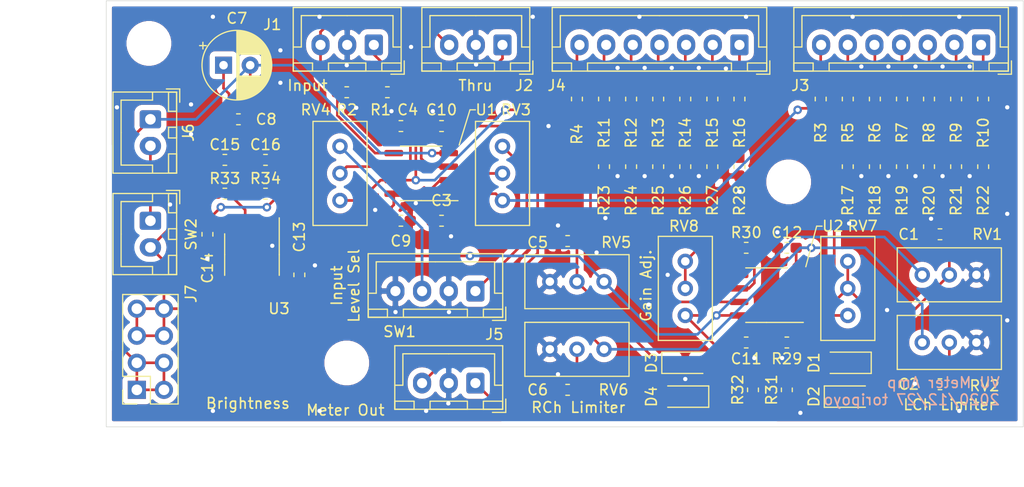
<source format=kicad_pcb>
(kicad_pcb (version 20171130) (host pcbnew "(5.1.9)-1")
  (title_block (title "VU Meter Amp") (date 2020-12-27))
  (layers (0 F.Cu signal) (31 B.Cu signal) (34 B.Paste user) (35 F.Paste user) (36 B.SilkS user hide) (37 F.SilkS user hide) (38 B.Mask user) (39 F.Mask user) (44 Edge.Cuts user))
  (net 0 "")
  (net 1 GND)
  (net 2 "Net-(C1-Pad1)")
  (net 3 "Net-(C2-Pad1)")
  (net 4 "Net-(C3-Pad1)")
  (net 5 "Net-(C4-Pad1)")
  (net 6 "Net-(C5-Pad1)")
  (net 7 "Net-(C6-Pad1)")
  (net 8 Power_Neg)
  (net 9 Power_Pos)
  (net 10 "Net-(C15-Pad2)")
  (net 11 LMeter)
  (net 12 RMeter)
  (net 13 Audio_R)
  (net 14 Audio_L)
  (net 15 "Net-(J3-Pad7)")
  (net 16 "Net-(J3-Pad6)")
  (net 17 "Net-(J3-Pad5)")
  (net 18 "Net-(J3-Pad4)")
  (net 19 "Net-(J3-Pad3)")
  (net 20 "Net-(J3-Pad2)")
  (net 21 "Net-(J3-Pad1)")
  (net 22 "Net-(J4-Pad7)")
  (net 23 "Net-(J4-Pad6)")
  (net 24 "Net-(J4-Pad5)")
  (net 25 "Net-(J4-Pad4)")
  (net 26 "Net-(J4-Pad3)")
  (net 27 "Net-(J4-Pad2)")
  (net 28 "Net-(J4-Pad1)")
  (net 29 "Net-(R17-Pad2)")
  (net 30 "Net-(R18-Pad2)")
  (net 31 "Net-(R19-Pad2)")
  (net 32 "Net-(R20-Pad2)")
  (net 33 "Net-(R21-Pad2)")
  (net 34 "Net-(R10-Pad1)")
  (net 35 "Net-(R11-Pad1)")
  (net 36 "Net-(R12-Pad1)")
  (net 37 "Net-(R13-Pad1)")
  (net 38 "Net-(R14-Pad1)")
  (net 39 "Net-(R15-Pad1)")
  (net 40 "Net-(R16-Pad1)")
  (net 41 "Net-(R29-Pad1)")
  (net 42 "Net-(R30-Pad1)")
  (net 43 "Net-(R31-Pad2)")
  (net 44 "Net-(R32-Pad2)")
  (net 45 "Net-(RV3-Pad1)")
  (net 46 "Net-(RV4-Pad1)")
  (net 47 "Net-(J6-Pad2)")
  (net 48 "Net-(C3-Pad2)")
  (net 49 "Net-(C4-Pad2)")
  (net 50 "Net-(U3-Pad6)")
  (module Connector_JST:JST_XH_B2B-XH-A_1x02_P2.50mm_Vertical (layer F.Cu) (at 104.14 111.125 270)
    (fp_text reference J6 (at 1.25 -3.556 90) (layer F.SilkS))
    (fp_text value Conn_01x02)
    (pad 2 thru_hole oval (at 2.5 0 270) (size 1.7 2) (drill 1) (layers *.Cu *.Mask) (net 47 "Net-(J6-Pad2)"))
    (pad 1 thru_hole roundrect (at 0 0 270) (size 1.7 2) (drill 1) (layers *.Cu *.Mask) (roundrect_rratio 0.147059) (net 8 Power_Neg))
  )
  (module MountingHole:MountingHole_3.2mm_M3 (layer F.Cu) (at 164 117)
    (fp_text reference H4 hide)
    (fp_text value MountingHole)
    (pad 1 np_thru_hole circle (at 0 0) (size 3.2 3.2) (drill 3.2) (layers *.Cu *.Mask))
  )
  (module MountingHole:MountingHole_3.2mm_M3 (layer F.Cu) (at 104 104)
    (fp_text reference H2 hide)
    (fp_text value MountingHole)
    (pad 1 np_thru_hole circle (at 0 0) (size 3.2 3.2) (drill 3.2) (layers *.Cu *.Mask))
  )
  (module MountingHole:MountingHole_3.2mm_M3 (layer F.Cu) (at 122.555 134)
    (fp_text reference H1 hide)
    (fp_text value MountingHole)
    (pad 1 np_thru_hole circle (at 0 0) (size 3.2 3.2) (drill 3.2) (layers *.Cu *.Mask))
  )
  (module Package_SO:SO-8_3.9x4.9mm_P1.27mm (layer F.Cu) (at 113.665 123.825 270)
    (fp_text reference U3 (at 5.08 -2.54 180) (layer F.SilkS))
    (fp_text value NJM4580)
    (pad 8 smd roundrect (at 2.575 -1.905 270) (size 1.75 0.6) (layers F.Cu F.Paste F.Mask) (net 9 Power_Pos))
    (pad 7 smd roundrect (at 2.575 -0.635 270) (size 1.75 0.6) (layers F.Cu F.Paste F.Mask) (net 50 "Net-(U3-Pad6)"))
    (pad 6 smd roundrect (at 2.575 0.635 270) (size 1.75 0.6) (layers F.Cu F.Paste F.Mask) (net 50 "Net-(U3-Pad6)"))
    (pad 5 smd roundrect (at 2.575 1.905 270) (size 1.75 0.6) (layers F.Cu F.Paste F.Mask) (net 1 GND))
    (pad 4 smd roundrect (at -2.575 1.905 270) (size 1.75 0.6) (layers F.Cu F.Paste F.Mask) (net 8 Power_Neg))
    (pad 3 smd roundrect (at -2.575 0.635 270) (size 1.75 0.6) (layers F.Cu F.Paste F.Mask) (net 10 "Net-(C15-Pad2)"))
    (pad 2 smd roundrect (at -2.575 -0.635 270) (size 1.75 0.6) (layers F.Cu F.Paste F.Mask) (net 1 GND))
    (pad 1 smd roundrect (at -2.575 -1.905 270) (size 1.75 0.6) (layers F.Cu F.Paste F.Mask) (net 1 GND))
  )
  (module Package_SO:SO-8_3.9x4.9mm_P1.27mm (layer F.Cu) (at 161.925 127.635 180)
    (fp_text reference U2 (at -6.223 6.477 180) (layer F.SilkS))
    (fp_text value NJM4580)
    (pad 8 smd roundrect (at 2.575 -1.905 180) (size 1.75 0.6) (layers F.Cu F.Paste F.Mask) (net 9 Power_Pos))
    (pad 7 smd roundrect (at 2.575 -0.635 180) (size 1.75 0.6) (layers F.Cu F.Paste F.Mask) (net 44 "Net-(R32-Pad2)"))
    (pad 6 smd roundrect (at 2.575 0.635 180) (size 1.75 0.6) (layers F.Cu F.Paste F.Mask) (net 42 "Net-(R30-Pad1)"))
    (pad 5 smd roundrect (at 2.575 1.905 180) (size 1.75 0.6) (layers F.Cu F.Paste F.Mask) (net 22 "Net-(J4-Pad7)"))
    (pad 4 smd roundrect (at -2.575 1.905 180) (size 1.75 0.6) (layers F.Cu F.Paste F.Mask) (net 8 Power_Neg))
    (pad 3 smd roundrect (at -2.575 0.635 180) (size 1.75 0.6) (layers F.Cu F.Paste F.Mask) (net 15 "Net-(J3-Pad7)"))
    (pad 2 smd roundrect (at -2.575 -0.635 180) (size 1.75 0.6) (layers F.Cu F.Paste F.Mask) (net 41 "Net-(R29-Pad1)"))
    (pad 1 smd roundrect (at -2.575 -1.905 180) (size 1.75 0.6) (layers F.Cu F.Paste F.Mask) (net 43 "Net-(R31-Pad2)"))
  )
  (module Package_SO:SO-8_3.9x4.9mm_P1.27mm (layer F.Cu) (at 129.54 116.205 180)
    (fp_text reference U1 (at -6.096 5.969) (layer F.SilkS))
    (fp_text value NJM4580)
    (pad 8 smd roundrect (at 2.575 -1.905 180) (size 1.75 0.6) (layers F.Cu F.Paste F.Mask) (net 9 Power_Pos))
    (pad 7 smd roundrect (at 2.575 -0.635 180) (size 1.75 0.6) (layers F.Cu F.Paste F.Mask) (net 5 "Net-(C4-Pad1)"))
    (pad 6 smd roundrect (at 2.575 0.635 180) (size 1.75 0.6) (layers F.Cu F.Paste F.Mask) (net 49 "Net-(C4-Pad2)"))
    (pad 5 smd roundrect (at 2.575 1.905 180) (size 1.75 0.6) (layers F.Cu F.Paste F.Mask) (net 13 Audio_R))
    (pad 4 smd roundrect (at -2.575 1.905 180) (size 1.75 0.6) (layers F.Cu F.Paste F.Mask) (net 8 Power_Neg))
    (pad 3 smd roundrect (at -2.575 0.635 180) (size 1.75 0.6) (layers F.Cu F.Paste F.Mask) (net 14 Audio_L))
    (pad 2 smd roundrect (at -2.575 -0.635 180) (size 1.75 0.6) (layers F.Cu F.Paste F.Mask) (net 48 "Net-(C3-Pad2)"))
    (pad 1 smd roundrect (at -2.575 -1.905 180) (size 1.75 0.6) (layers F.Cu F.Paste F.Mask) (net 4 "Net-(C3-Pad1)"))
  )
  (module Connector_JST:JST_XH_B2B-XH-A_1x02_P2.50mm_Vertical (layer F.Cu) (at 104.14 120.65 270)
    (fp_text reference SW2 (at 1.27 -3.81 90) (layer F.SilkS))
    (fp_text value SW_SPST)
    (pad 2 thru_hole oval (at 2.5 0 270) (size 1.7 2) (drill 1) (layers *.Cu *.Mask) (net 9 Power_Pos))
    (pad 1 thru_hole roundrect (at 0 0 270) (size 1.7 2) (drill 1) (layers *.Cu *.Mask) (roundrect_rratio 0.147059) (net 47 "Net-(J6-Pad2)"))
  )
  (module Connector_JST:JST_XH_B4B-XH-A_1x04_P2.50mm_Vertical (layer F.Cu) (at 134.62 127.254 180)
    (fp_text reference SW1 (at 7.112 -3.81 180) (layer F.SilkS))
    (fp_text value SW_DPST_x2)
    (pad 4 thru_hole oval (at 7.5 0 180) (size 1.7 1.95) (drill 0.95) (layers *.Cu *.Mask) (net 1 GND))
    (pad 3 thru_hole oval (at 5 0 180) (size 1.7 1.95) (drill 0.95) (layers *.Cu *.Mask) (net 46 "Net-(RV4-Pad1)"))
    (pad 2 thru_hole oval (at 2.5 0 180) (size 1.7 1.95) (drill 0.95) (layers *.Cu *.Mask) (net 1 GND))
    (pad 1 thru_hole roundrect (at 0 0 180) (size 1.7 1.95) (drill 0.95) (layers *.Cu *.Mask) (roundrect_rratio 0.147059) (net 45 "Net-(RV3-Pad1)"))
  )
  (module Potentiometer_THT:Potentiometer_Bourns_3296W_Vertical (layer F.Cu) (at 154.305 124.46 90)
    (fp_text reference RV8 (at 3.302 -0.127 180) (layer F.SilkS))
    (fp_text value 10k)
    (pad 3 thru_hole circle (at -5.08 0 90) (size 1.44 1.44) (drill 0.8) (layers *.Cu *.Mask) (net 44 "Net-(R32-Pad2)"))
    (pad 2 thru_hole circle (at -2.54 0 90) (size 1.44 1.44) (drill 0.8) (layers *.Cu *.Mask) (net 42 "Net-(R30-Pad1)"))
    (pad 1 thru_hole circle (at 0 0 90) (size 1.44 1.44) (drill 0.8) (layers *.Cu *.Mask) (net 42 "Net-(R30-Pad1)"))
  )
  (module Potentiometer_THT:Potentiometer_Bourns_3296W_Vertical (layer F.Cu) (at 169.545 124.46 90)
    (fp_text reference RV7 (at 3.302 1.397 180) (layer F.SilkS))
    (fp_text value 10k)
    (pad 3 thru_hole circle (at -5.08 0 90) (size 1.44 1.44) (drill 0.8) (layers *.Cu *.Mask) (net 43 "Net-(R31-Pad2)"))
    (pad 2 thru_hole circle (at -2.54 0 90) (size 1.44 1.44) (drill 0.8) (layers *.Cu *.Mask) (net 41 "Net-(R29-Pad1)"))
    (pad 1 thru_hole circle (at 0 0 90) (size 1.44 1.44) (drill 0.8) (layers *.Cu *.Mask) (net 41 "Net-(R29-Pad1)"))
  )
  (module Potentiometer_THT:Potentiometer_Bourns_3296W_Vertical (layer F.Cu) (at 146.685 132.715)
    (fp_text reference RV6 (at 0.889 3.81) (layer F.SilkS))
    (fp_text value 10k)
    (pad 3 thru_hole circle (at -5.08 0) (size 1.44 1.44) (drill 0.8) (layers *.Cu *.Mask) (net 1 GND))
    (pad 2 thru_hole circle (at -2.54 0) (size 1.44 1.44) (drill 0.8) (layers *.Cu *.Mask) (net 7 "Net-(C6-Pad1)"))
    (pad 1 thru_hole circle (at 0 0) (size 1.44 1.44) (drill 0.8) (layers *.Cu *.Mask) (net 8 Power_Neg))
  )
  (module Potentiometer_THT:Potentiometer_Bourns_3296W_Vertical (layer F.Cu) (at 146.685 126.365)
    (fp_text reference RV5 (at 1.143 -3.683) (layer F.SilkS))
    (fp_text value 10k)
    (pad 3 thru_hole circle (at -5.08 0) (size 1.44 1.44) (drill 0.8) (layers *.Cu *.Mask) (net 1 GND))
    (pad 2 thru_hole circle (at -2.54 0) (size 1.44 1.44) (drill 0.8) (layers *.Cu *.Mask) (net 6 "Net-(C5-Pad1)"))
    (pad 1 thru_hole circle (at 0 0) (size 1.44 1.44) (drill 0.8) (layers *.Cu *.Mask) (net 9 Power_Pos))
  )
  (module Potentiometer_THT:Potentiometer_Bourns_3296W_Vertical (layer F.Cu) (at 121.92 113.665 90)
    (fp_text reference RV4 (at 3.429 -2.286) (layer F.SilkS))
    (fp_text value 10k)
    (pad 3 thru_hole circle (at -5.08 0 90) (size 1.44 1.44) (drill 0.8) (layers *.Cu *.Mask) (net 5 "Net-(C4-Pad1)"))
    (pad 2 thru_hole circle (at -2.54 0 90) (size 1.44 1.44) (drill 0.8) (layers *.Cu *.Mask) (net 49 "Net-(C4-Pad2)"))
    (pad 1 thru_hole circle (at 0 0 90) (size 1.44 1.44) (drill 0.8) (layers *.Cu *.Mask) (net 46 "Net-(RV4-Pad1)"))
  )
  (module Potentiometer_THT:Potentiometer_Bourns_3296W_Vertical (layer F.Cu) (at 137.16 113.665 90)
    (fp_text reference RV3 (at 3.429 1.27) (layer F.SilkS))
    (fp_text value 10k)
    (pad 3 thru_hole circle (at -5.08 0 90) (size 1.44 1.44) (drill 0.8) (layers *.Cu *.Mask) (net 4 "Net-(C3-Pad1)"))
    (pad 2 thru_hole circle (at -2.54 0 90) (size 1.44 1.44) (drill 0.8) (layers *.Cu *.Mask) (net 48 "Net-(C3-Pad2)"))
    (pad 1 thru_hole circle (at 0 0 90) (size 1.44 1.44) (drill 0.8) (layers *.Cu *.Mask) (net 45 "Net-(RV3-Pad1)"))
  )
  (module Potentiometer_THT:Potentiometer_Bourns_3296W_Vertical (layer F.Cu) (at 176.53 132.08 180)
    (fp_text reference RV2 (at -5.842 -4.064) (layer F.SilkS))
    (fp_text value 10k)
    (pad 3 thru_hole circle (at -5.08 0 180) (size 1.44 1.44) (drill 0.8) (layers *.Cu *.Mask) (net 1 GND))
    (pad 2 thru_hole circle (at -2.54 0 180) (size 1.44 1.44) (drill 0.8) (layers *.Cu *.Mask) (net 3 "Net-(C2-Pad1)"))
    (pad 1 thru_hole circle (at 0 0 180) (size 1.44 1.44) (drill 0.8) (layers *.Cu *.Mask) (net 8 Power_Neg))
  )
  (module Potentiometer_THT:Potentiometer_Bourns_3296W_Vertical (layer F.Cu) (at 176.53 125.73 180)
    (fp_text reference RV1 (at -6.096 3.81) (layer F.SilkS))
    (fp_text value 10k)
    (pad 3 thru_hole circle (at -5.08 0 180) (size 1.44 1.44) (drill 0.8) (layers *.Cu *.Mask) (net 1 GND))
    (pad 2 thru_hole circle (at -2.54 0 180) (size 1.44 1.44) (drill 0.8) (layers *.Cu *.Mask) (net 2 "Net-(C1-Pad1)"))
    (pad 1 thru_hole circle (at 0 0 180) (size 1.44 1.44) (drill 0.8) (layers *.Cu *.Mask) (net 9 Power_Pos))
  )
  (module Resistor_SMD:R_0603_1608Metric_Pad1.05x0.95mm_HandSolder (layer F.Cu) (at 114.935 118.11)
    (fp_text reference R34 (at 0 -1.43) (layer F.SilkS))
    (fp_text value 10k)
    (pad 2 smd roundrect (at 0.875 0) (size 1.05 0.95) (layers F.Cu F.Paste F.Mask) (net 8 Power_Neg))
    (pad 1 smd roundrect (at -0.875 0) (size 1.05 0.95) (layers F.Cu F.Paste F.Mask) (net 10 "Net-(C15-Pad2)"))
  )
  (module Resistor_SMD:R_0603_1608Metric_Pad1.05x0.95mm_HandSolder (layer F.Cu) (at 111.125 118.11)
    (fp_text reference R33 (at 0 -1.43) (layer F.SilkS))
    (fp_text value 10k)
    (pad 2 smd roundrect (at 0.875 0) (size 1.05 0.95) (layers F.Cu F.Paste F.Mask) (net 10 "Net-(C15-Pad2)"))
    (pad 1 smd roundrect (at -0.875 0) (size 1.05 0.95) (layers F.Cu F.Paste F.Mask) (net 9 Power_Pos))
  )
  (module Resistor_SMD:R_0603_1608Metric_Pad1.05x0.95mm_HandSolder (layer F.Cu) (at 160.655 136.525 90)
    (fp_text reference R32 (at 0 -1.43 90) (layer F.SilkS))
    (fp_text value 3.9k)
    (pad 2 smd roundrect (at 0.875 0 90) (size 1.05 0.95) (layers F.Cu F.Paste F.Mask) (net 44 "Net-(R32-Pad2)"))
    (pad 1 smd roundrect (at -0.875 0 90) (size 1.05 0.95) (layers F.Cu F.Paste F.Mask) (net 12 RMeter))
  )
  (module Resistor_SMD:R_0603_1608Metric_Pad1.05x0.95mm_HandSolder (layer F.Cu) (at 163.83 136.525 90)
    (fp_text reference R31 (at 0 -1.43 90) (layer F.SilkS))
    (fp_text value 3.9k)
    (pad 2 smd roundrect (at 0.875 0 90) (size 1.05 0.95) (layers F.Cu F.Paste F.Mask) (net 43 "Net-(R31-Pad2)"))
    (pad 1 smd roundrect (at -0.875 0 90) (size 1.05 0.95) (layers F.Cu F.Paste F.Mask) (net 11 LMeter))
  )
  (module Resistor_SMD:R_0603_1608Metric_Pad1.05x0.95mm_HandSolder (layer F.Cu) (at 160.02 123.19)
    (fp_text reference R30 (at 0 -1.43) (layer F.SilkS))
    (fp_text value 4.7k)
    (pad 2 smd roundrect (at 0.875 0) (size 1.05 0.95) (layers F.Cu F.Paste F.Mask) (net 1 GND))
    (pad 1 smd roundrect (at -0.875 0) (size 1.05 0.95) (layers F.Cu F.Paste F.Mask) (net 42 "Net-(R30-Pad1)"))
  )
  (module Resistor_SMD:R_0603_1608Metric_Pad1.05x0.95mm_HandSolder (layer F.Cu) (at 163.83 132.08 180)
    (fp_text reference R29 (at 0 -1.524) (layer F.SilkS))
    (fp_text value 4.7k)
    (pad 2 smd roundrect (at 0.875 0 180) (size 1.05 0.95) (layers F.Cu F.Paste F.Mask) (net 1 GND))
    (pad 1 smd roundrect (at -0.875 0 180) (size 1.05 0.95) (layers F.Cu F.Paste F.Mask) (net 41 "Net-(R29-Pad1)"))
  )
  (module Resistor_SMD:R_0603_1608Metric_Pad1.05x0.95mm_HandSolder (layer F.Cu) (at 159.385 115.57 90)
    (fp_text reference R28 (at -3.175 0 90) (layer F.SilkS))
    (fp_text value 2200)
    (pad 2 smd roundrect (at 0.875 0 90) (size 1.05 0.95) (layers F.Cu F.Paste F.Mask) (net 40 "Net-(R16-Pad1)"))
    (pad 1 smd roundrect (at -0.875 0 90) (size 1.05 0.95) (layers F.Cu F.Paste F.Mask) (net 1 GND))
  )
  (module Resistor_SMD:R_0603_1608Metric_Pad1.05x0.95mm_HandSolder (layer F.Cu) (at 156.845 115.57 90)
    (fp_text reference R27 (at -3.175 0 90) (layer F.SilkS))
    (fp_text value 150)
    (pad 2 smd roundrect (at 0.875 0 90) (size 1.05 0.95) (layers F.Cu F.Paste F.Mask) (net 39 "Net-(R15-Pad1)"))
    (pad 1 smd roundrect (at -0.875 0 90) (size 1.05 0.95) (layers F.Cu F.Paste F.Mask) (net 1 GND))
  )
  (module Resistor_SMD:R_0603_1608Metric_Pad1.05x0.95mm_HandSolder (layer F.Cu) (at 154.305 115.57 90)
    (fp_text reference R26 (at -3.175 0 90) (layer F.SilkS))
    (fp_text value 680)
    (pad 2 smd roundrect (at 0.875 0 90) (size 1.05 0.95) (layers F.Cu F.Paste F.Mask) (net 38 "Net-(R14-Pad1)"))
    (pad 1 smd roundrect (at -0.875 0 90) (size 1.05 0.95) (layers F.Cu F.Paste F.Mask) (net 1 GND))
  )
  (module Resistor_SMD:R_0603_1608Metric_Pad1.05x0.95mm_HandSolder (layer F.Cu) (at 151.765 115.57 90)
    (fp_text reference R25 (at -3.175 0 90) (layer F.SilkS))
    (fp_text value 270)
    (pad 2 smd roundrect (at 0.875 0 90) (size 1.05 0.95) (layers F.Cu F.Paste F.Mask) (net 37 "Net-(R13-Pad1)"))
    (pad 1 smd roundrect (at -0.875 0 90) (size 1.05 0.95) (layers F.Cu F.Paste F.Mask) (net 1 GND))
  )
  (module Resistor_SMD:R_0603_1608Metric_Pad1.05x0.95mm_HandSolder (layer F.Cu) (at 149.225 115.57 90)
    (fp_text reference R24 (at -3.175 0 90) (layer F.SilkS))
    (fp_text value 22)
    (pad 2 smd roundrect (at 0.875 0 90) (size 1.05 0.95) (layers F.Cu F.Paste F.Mask) (net 36 "Net-(R12-Pad1)"))
    (pad 1 smd roundrect (at -0.875 0 90) (size 1.05 0.95) (layers F.Cu F.Paste F.Mask) (net 1 GND))
  )
  (module Resistor_SMD:R_0603_1608Metric_Pad1.05x0.95mm_HandSolder (layer F.Cu) (at 146.685 115.57 90)
    (fp_text reference R23 (at -3.175 0 90) (layer F.SilkS))
    (fp_text value 0)
    (pad 2 smd roundrect (at 0.875 0 90) (size 1.05 0.95) (layers F.Cu F.Paste F.Mask) (net 35 "Net-(R11-Pad1)"))
    (pad 1 smd roundrect (at -0.875 0 90) (size 1.05 0.95) (layers F.Cu F.Paste F.Mask) (net 1 GND))
  )
  (module Resistor_SMD:R_0603_1608Metric_Pad1.05x0.95mm_HandSolder (layer F.Cu) (at 182.245 115.57 90)
    (fp_text reference R22 (at -3.175 0 90) (layer F.SilkS))
    (fp_text value 2200)
    (pad 2 smd roundrect (at 0.875 0 90) (size 1.05 0.95) (layers F.Cu F.Paste F.Mask) (net 34 "Net-(R10-Pad1)"))
    (pad 1 smd roundrect (at -0.875 0 90) (size 1.05 0.95) (layers F.Cu F.Paste F.Mask) (net 1 GND))
  )
  (module Resistor_SMD:R_0603_1608Metric_Pad1.05x0.95mm_HandSolder (layer F.Cu) (at 179.705 115.57 90)
    (fp_text reference R21 (at -3.175 0 90) (layer F.SilkS))
    (fp_text value 150)
    (pad 2 smd roundrect (at 0.875 0 90) (size 1.05 0.95) (layers F.Cu F.Paste F.Mask) (net 33 "Net-(R21-Pad2)"))
    (pad 1 smd roundrect (at -0.875 0 90) (size 1.05 0.95) (layers F.Cu F.Paste F.Mask) (net 1 GND))
  )
  (module Resistor_SMD:R_0603_1608Metric_Pad1.05x0.95mm_HandSolder (layer F.Cu) (at 177.165 115.57 90)
    (fp_text reference R20 (at -3.175 0 90) (layer F.SilkS))
    (fp_text value 680)
    (pad 2 smd roundrect (at 0.875 0 90) (size 1.05 0.95) (layers F.Cu F.Paste F.Mask) (net 32 "Net-(R20-Pad2)"))
    (pad 1 smd roundrect (at -0.875 0 90) (size 1.05 0.95) (layers F.Cu F.Paste F.Mask) (net 1 GND))
  )
  (module Resistor_SMD:R_0603_1608Metric_Pad1.05x0.95mm_HandSolder (layer F.Cu) (at 174.625 115.57 90)
    (fp_text reference R19 (at -3.175 0 90) (layer F.SilkS))
    (fp_text value 270)
    (pad 2 smd roundrect (at 0.875 0 90) (size 1.05 0.95) (layers F.Cu F.Paste F.Mask) (net 31 "Net-(R19-Pad2)"))
    (pad 1 smd roundrect (at -0.875 0 90) (size 1.05 0.95) (layers F.Cu F.Paste F.Mask) (net 1 GND))
  )
  (module Resistor_SMD:R_0603_1608Metric_Pad1.05x0.95mm_HandSolder (layer F.Cu) (at 172.085 115.57 90)
    (fp_text reference R18 (at -3.175 0 90) (layer F.SilkS))
    (fp_text value 22)
    (pad 2 smd roundrect (at 0.875 0 90) (size 1.05 0.95) (layers F.Cu F.Paste F.Mask) (net 30 "Net-(R18-Pad2)"))
    (pad 1 smd roundrect (at -0.875 0 90) (size 1.05 0.95) (layers F.Cu F.Paste F.Mask) (net 1 GND))
  )
  (module Resistor_SMD:R_0603_1608Metric_Pad1.05x0.95mm_HandSolder (layer F.Cu) (at 169.545 115.57 90)
    (fp_text reference R17 (at -3.175 0 90) (layer F.SilkS))
    (fp_text value 0)
    (pad 2 smd roundrect (at 0.875 0 90) (size 1.05 0.95) (layers F.Cu F.Paste F.Mask) (net 29 "Net-(R17-Pad2)"))
    (pad 1 smd roundrect (at -0.875 0 90) (size 1.05 0.95) (layers F.Cu F.Paste F.Mask) (net 1 GND))
  )
  (module Resistor_SMD:R_0603_1608Metric_Pad1.05x0.95mm_HandSolder (layer F.Cu) (at 159.385 109.22 90)
    (fp_text reference R16 (at -3.175 0 90) (layer F.SilkS))
    (fp_text value 8200)
    (pad 2 smd roundrect (at 0.875 0 90) (size 1.05 0.95) (layers F.Cu F.Paste F.Mask) (net 28 "Net-(J4-Pad1)"))
    (pad 1 smd roundrect (at -0.875 0 90) (size 1.05 0.95) (layers F.Cu F.Paste F.Mask) (net 40 "Net-(R16-Pad1)"))
  )
  (module Resistor_SMD:R_0603_1608Metric_Pad1.05x0.95mm_HandSolder (layer F.Cu) (at 156.845 109.22 90)
    (fp_text reference R15 (at -3.175 0 90) (layer F.SilkS))
    (fp_text value 6800)
    (pad 2 smd roundrect (at 0.875 0 90) (size 1.05 0.95) (layers F.Cu F.Paste F.Mask) (net 27 "Net-(J4-Pad2)"))
    (pad 1 smd roundrect (at -0.875 0 90) (size 1.05 0.95) (layers F.Cu F.Paste F.Mask) (net 39 "Net-(R15-Pad1)"))
  )
  (module Resistor_SMD:R_0603_1608Metric_Pad1.05x0.95mm_HandSolder (layer F.Cu) (at 154.305 109.22 90)
    (fp_text reference R14 (at -3.175 0 90) (layer F.SilkS))
    (fp_text value 3900)
    (pad 2 smd roundrect (at 0.875 0 90) (size 1.05 0.95) (layers F.Cu F.Paste F.Mask) (net 26 "Net-(J4-Pad3)"))
    (pad 1 smd roundrect (at -0.875 0 90) (size 1.05 0.95) (layers F.Cu F.Paste F.Mask) (net 38 "Net-(R14-Pad1)"))
  )
  (module Resistor_SMD:R_0603_1608Metric_Pad1.05x0.95mm_HandSolder (layer F.Cu) (at 151.765 109.22 90)
    (fp_text reference R13 (at -3.175 0 90) (layer F.SilkS))
    (fp_text value 2700)
    (pad 2 smd roundrect (at 0.875 0 90) (size 1.05 0.95) (layers F.Cu F.Paste F.Mask) (net 25 "Net-(J4-Pad4)"))
    (pad 1 smd roundrect (at -0.875 0 90) (size 1.05 0.95) (layers F.Cu F.Paste F.Mask) (net 37 "Net-(R13-Pad1)"))
  )
  (module Resistor_SMD:R_0603_1608Metric_Pad1.05x0.95mm_HandSolder (layer F.Cu) (at 149.225 109.22 90)
    (fp_text reference R12 (at -3.175 0 90) (layer F.SilkS))
    (fp_text value 1800)
    (pad 2 smd roundrect (at 0.875 0 90) (size 1.05 0.95) (layers F.Cu F.Paste F.Mask) (net 24 "Net-(J4-Pad5)"))
    (pad 1 smd roundrect (at -0.875 0 90) (size 1.05 0.95) (layers F.Cu F.Paste F.Mask) (net 36 "Net-(R12-Pad1)"))
  )
  (module Resistor_SMD:R_0603_1608Metric_Pad1.05x0.95mm_HandSolder (layer F.Cu) (at 146.685 109.22 90)
    (fp_text reference R11 (at -3.175 0 90) (layer F.SilkS))
    (fp_text value 1000)
    (pad 2 smd roundrect (at 0.875 0 90) (size 1.05 0.95) (layers F.Cu F.Paste F.Mask) (net 23 "Net-(J4-Pad6)"))
    (pad 1 smd roundrect (at -0.875 0 90) (size 1.05 0.95) (layers F.Cu F.Paste F.Mask) (net 35 "Net-(R11-Pad1)"))
  )
  (module Resistor_SMD:R_0603_1608Metric_Pad1.05x0.95mm_HandSolder (layer F.Cu) (at 182.245 109.22 90)
    (fp_text reference R10 (at -3.175 0 90) (layer F.SilkS))
    (fp_text value 8200)
    (pad 2 smd roundrect (at 0.875 0 90) (size 1.05 0.95) (layers F.Cu F.Paste F.Mask) (net 21 "Net-(J3-Pad1)"))
    (pad 1 smd roundrect (at -0.875 0 90) (size 1.05 0.95) (layers F.Cu F.Paste F.Mask) (net 34 "Net-(R10-Pad1)"))
  )
  (module Resistor_SMD:R_0603_1608Metric_Pad1.05x0.95mm_HandSolder (layer F.Cu) (at 179.705 109.22 90)
    (fp_text reference R9 (at -3.175 0 90) (layer F.SilkS))
    (fp_text value 6800)
    (pad 2 smd roundrect (at 0.875 0 90) (size 1.05 0.95) (layers F.Cu F.Paste F.Mask) (net 20 "Net-(J3-Pad2)"))
    (pad 1 smd roundrect (at -0.875 0 90) (size 1.05 0.95) (layers F.Cu F.Paste F.Mask) (net 33 "Net-(R21-Pad2)"))
  )
  (module Resistor_SMD:R_0603_1608Metric_Pad1.05x0.95mm_HandSolder (layer F.Cu) (at 177.165 109.22 90)
    (fp_text reference R8 (at -3.175 0 90) (layer F.SilkS))
    (fp_text value 3900)
    (pad 2 smd roundrect (at 0.875 0 90) (size 1.05 0.95) (layers F.Cu F.Paste F.Mask) (net 19 "Net-(J3-Pad3)"))
    (pad 1 smd roundrect (at -0.875 0 90) (size 1.05 0.95) (layers F.Cu F.Paste F.Mask) (net 32 "Net-(R20-Pad2)"))
  )
  (module Resistor_SMD:R_0603_1608Metric_Pad1.05x0.95mm_HandSolder (layer F.Cu) (at 174.625 109.22 90)
    (fp_text reference R7 (at -3.175 0 90) (layer F.SilkS))
    (fp_text value 2700)
    (pad 2 smd roundrect (at 0.875 0 90) (size 1.05 0.95) (layers F.Cu F.Paste F.Mask) (net 18 "Net-(J3-Pad4)"))
    (pad 1 smd roundrect (at -0.875 0 90) (size 1.05 0.95) (layers F.Cu F.Paste F.Mask) (net 31 "Net-(R19-Pad2)"))
  )
  (module Resistor_SMD:R_0603_1608Metric_Pad1.05x0.95mm_HandSolder (layer F.Cu) (at 172.085 109.22 90)
    (fp_text reference R6 (at -3.175 0 90) (layer F.SilkS))
    (fp_text value 1800)
    (pad 2 smd roundrect (at 0.875 0 90) (size 1.05 0.95) (layers F.Cu F.Paste F.Mask) (net 17 "Net-(J3-Pad5)"))
    (pad 1 smd roundrect (at -0.875 0 90) (size 1.05 0.95) (layers F.Cu F.Paste F.Mask) (net 30 "Net-(R18-Pad2)"))
  )
  (module Resistor_SMD:R_0603_1608Metric_Pad1.05x0.95mm_HandSolder (layer F.Cu) (at 169.545 109.22 90)
    (fp_text reference R5 (at -3.175 0 90) (layer F.SilkS))
    (fp_text value 1000)
    (pad 2 smd roundrect (at 0.875 0 90) (size 1.05 0.95) (layers F.Cu F.Paste F.Mask) (net 16 "Net-(J3-Pad6)"))
    (pad 1 smd roundrect (at -0.875 0 90) (size 1.05 0.95) (layers F.Cu F.Paste F.Mask) (net 29 "Net-(R17-Pad2)"))
  )
  (module Resistor_SMD:R_0603_1608Metric_Pad1.05x0.95mm_HandSolder (layer F.Cu) (at 144.145 109.22 270)
    (fp_text reference R4 (at 3.302 0 90) (layer F.SilkS))
    (fp_text value 1000)
    (pad 2 smd roundrect (at 0.875 0 270) (size 1.05 0.95) (layers F.Cu F.Paste F.Mask) (net 5 "Net-(C4-Pad1)"))
    (pad 1 smd roundrect (at -0.875 0 270) (size 1.05 0.95) (layers F.Cu F.Paste F.Mask) (net 22 "Net-(J4-Pad7)"))
  )
  (module Resistor_SMD:R_0603_1608Metric_Pad1.05x0.95mm_HandSolder (layer F.Cu) (at 167.005 109.22 270)
    (fp_text reference R3 (at 3.175 0 90) (layer F.SilkS))
    (fp_text value 1000)
    (pad 2 smd roundrect (at 0.875 0 270) (size 1.05 0.95) (layers F.Cu F.Paste F.Mask) (net 4 "Net-(C3-Pad1)"))
    (pad 1 smd roundrect (at -0.875 0 270) (size 1.05 0.95) (layers F.Cu F.Paste F.Mask) (net 15 "Net-(J3-Pad7)"))
  )
  (module Resistor_SMD:R_0603_1608Metric_Pad1.05x0.95mm_HandSolder (layer F.Cu) (at 122.555 108.585)
    (fp_text reference R2 (at 0 1.651) (layer F.SilkS))
    (fp_text value 10k)
    (pad 2 smd roundrect (at 0.875 0) (size 1.05 0.95) (layers F.Cu F.Paste F.Mask) (net 1 GND))
    (pad 1 smd roundrect (at -0.875 0) (size 1.05 0.95) (layers F.Cu F.Paste F.Mask) (net 13 Audio_R))
  )
  (module Resistor_SMD:R_0603_1608Metric_Pad1.05x0.95mm_HandSolder (layer F.Cu) (at 126.365 108.585 180)
    (fp_text reference R1 (at 0.635 -1.651) (layer F.SilkS))
    (fp_text value 10k)
    (pad 2 smd roundrect (at 0.875 0 180) (size 1.05 0.95) (layers F.Cu F.Paste F.Mask) (net 1 GND))
    (pad 1 smd roundrect (at -0.875 0 180) (size 1.05 0.95) (layers F.Cu F.Paste F.Mask) (net 14 Audio_L))
  )
  (module Connector_PinSocket_2.54mm:PinSocket_2x04_P2.54mm_Vertical (layer F.Cu) (at 102.87 136.525 180)
    (fp_text reference J7 (at -5.08 9.017 90) (layer F.SilkS))
    (fp_text value Conn_02x04_Top_Bottom)
    (pad 8 thru_hole oval (at -2.54 7.62 180) (size 1.7 1.7) (drill 1) (layers *.Cu *.Mask) (net 9 Power_Pos))
    (pad 7 thru_hole oval (at 0 7.62 180) (size 1.7 1.7) (drill 1) (layers *.Cu *.Mask) (net 9 Power_Pos))
    (pad 6 thru_hole oval (at -2.54 5.08 180) (size 1.7 1.7) (drill 1) (layers *.Cu *.Mask) (net 9 Power_Pos))
    (pad 5 thru_hole oval (at 0 5.08 180) (size 1.7 1.7) (drill 1) (layers *.Cu *.Mask) (net 9 Power_Pos))
    (pad 4 thru_hole oval (at -2.54 2.54 180) (size 1.7 1.7) (drill 1) (layers *.Cu *.Mask) (net 8 Power_Neg))
    (pad 3 thru_hole oval (at 0 2.54 180) (size 1.7 1.7) (drill 1) (layers *.Cu *.Mask) (net 8 Power_Neg))
    (pad 2 thru_hole oval (at -2.54 0 180) (size 1.7 1.7) (drill 1) (layers *.Cu *.Mask) (net 8 Power_Neg))
    (pad 1 thru_hole rect (at 0 0 180) (size 1.7 1.7) (drill 1) (layers *.Cu *.Mask) (net 8 Power_Neg))
  )
  (module Connector_JST:JST_XH_B3B-XH-A_1x03_P2.50mm_Vertical (layer F.Cu) (at 134.62 135.89 180)
    (fp_text reference J5 (at -1.778 4.572) (layer F.SilkS))
    (fp_text value Conn_01x03)
    (pad 3 thru_hole oval (at 5 0 180) (size 1.7 1.95) (drill 0.95) (layers *.Cu *.Mask) (net 12 RMeter))
    (pad 2 thru_hole oval (at 2.5 0 180) (size 1.7 1.95) (drill 0.95) (layers *.Cu *.Mask) (net 1 GND))
    (pad 1 thru_hole roundrect (at 0 0 180) (size 1.7 1.95) (drill 0.95) (layers *.Cu *.Mask) (roundrect_rratio 0.147059) (net 11 LMeter))
  )
  (module Connector_JST:JST_XH_B7B-XH-A_1x07_P2.50mm_Vertical (layer F.Cu) (at 159.385 104.14 180)
    (fp_text reference J4 (at 17.145 -3.81) (layer F.SilkS))
    (fp_text value Conn_01x07)
    (pad 7 thru_hole oval (at 15 0 180) (size 1.7 1.95) (drill 0.95) (layers *.Cu *.Mask) (net 22 "Net-(J4-Pad7)"))
    (pad 6 thru_hole oval (at 12.5 0 180) (size 1.7 1.95) (drill 0.95) (layers *.Cu *.Mask) (net 23 "Net-(J4-Pad6)"))
    (pad 5 thru_hole oval (at 10 0 180) (size 1.7 1.95) (drill 0.95) (layers *.Cu *.Mask) (net 24 "Net-(J4-Pad5)"))
    (pad 4 thru_hole oval (at 7.5 0 180) (size 1.7 1.95) (drill 0.95) (layers *.Cu *.Mask) (net 25 "Net-(J4-Pad4)"))
    (pad 3 thru_hole oval (at 5 0 180) (size 1.7 1.95) (drill 0.95) (layers *.Cu *.Mask) (net 26 "Net-(J4-Pad3)"))
    (pad 2 thru_hole oval (at 2.5 0 180) (size 1.7 1.95) (drill 0.95) (layers *.Cu *.Mask) (net 27 "Net-(J4-Pad2)"))
    (pad 1 thru_hole roundrect (at 0 0 180) (size 1.7 1.95) (drill 0.95) (layers *.Cu *.Mask) (roundrect_rratio 0.147059) (net 28 "Net-(J4-Pad1)"))
  )
  (module Connector_JST:JST_XH_B7B-XH-A_1x07_P2.50mm_Vertical (layer F.Cu) (at 182.045 104.14 180)
    (fp_text reference J3 (at 16.945 -3.81 180) (layer F.SilkS))
    (fp_text value Conn_01x07)
    (pad 7 thru_hole oval (at 15 0 180) (size 1.7 1.95) (drill 0.95) (layers *.Cu *.Mask) (net 15 "Net-(J3-Pad7)"))
    (pad 6 thru_hole oval (at 12.5 0 180) (size 1.7 1.95) (drill 0.95) (layers *.Cu *.Mask) (net 16 "Net-(J3-Pad6)"))
    (pad 5 thru_hole oval (at 10 0 180) (size 1.7 1.95) (drill 0.95) (layers *.Cu *.Mask) (net 17 "Net-(J3-Pad5)"))
    (pad 4 thru_hole oval (at 7.5 0 180) (size 1.7 1.95) (drill 0.95) (layers *.Cu *.Mask) (net 18 "Net-(J3-Pad4)"))
    (pad 3 thru_hole oval (at 5 0 180) (size 1.7 1.95) (drill 0.95) (layers *.Cu *.Mask) (net 19 "Net-(J3-Pad3)"))
    (pad 2 thru_hole oval (at 2.5 0 180) (size 1.7 1.95) (drill 0.95) (layers *.Cu *.Mask) (net 20 "Net-(J3-Pad2)"))
    (pad 1 thru_hole roundrect (at 0 0 180) (size 1.7 1.95) (drill 0.95) (layers *.Cu *.Mask) (roundrect_rratio 0.147059) (net 21 "Net-(J3-Pad1)"))
  )
  (module Connector_JST:JST_XH_B3B-XH-A_1x03_P2.50mm_Vertical (layer F.Cu) (at 137.16 104.14 180)
    (fp_text reference J2 (at -2.032 -3.81) (layer F.SilkS))
    (fp_text value Conn_01x03)
    (pad 3 thru_hole oval (at 5 0 180) (size 1.7 1.95) (drill 0.95) (layers *.Cu *.Mask) (net 13 Audio_R))
    (pad 2 thru_hole oval (at 2.5 0 180) (size 1.7 1.95) (drill 0.95) (layers *.Cu *.Mask) (net 1 GND))
    (pad 1 thru_hole roundrect (at 0 0 180) (size 1.7 1.95) (drill 0.95) (layers *.Cu *.Mask) (roundrect_rratio 0.147059) (net 14 Audio_L))
  )
  (module Connector_JST:JST_XH_B3B-XH-A_1x03_P2.50mm_Vertical (layer F.Cu) (at 125.095 104.14 180)
    (fp_text reference J1 (at 9.525 1.905) (layer F.SilkS))
    (fp_text value Conn_01x03)
    (pad 3 thru_hole oval (at 5 0 180) (size 1.7 1.95) (drill 0.95) (layers *.Cu *.Mask) (net 13 Audio_R))
    (pad 2 thru_hole oval (at 2.5 0 180) (size 1.7 1.95) (drill 0.95) (layers *.Cu *.Mask) (net 1 GND))
    (pad 1 thru_hole roundrect (at 0 0 180) (size 1.7 1.95) (drill 0.95) (layers *.Cu *.Mask) (roundrect_rratio 0.147059) (net 14 Audio_L))
  )
  (module Diode_SMD:D_SOD-123F (layer F.Cu) (at 154.305 137.16 180)
    (fp_text reference D4 (at 3.175 0 270) (layer F.SilkS))
    (fp_text value D)
    (pad 2 smd rect (at 1.4 0 180) (size 1.1 1.1) (layers F.Cu F.Paste F.Mask) (net 7 "Net-(C6-Pad1)"))
    (pad 1 smd rect (at -1.4 0 180) (size 1.1 1.1) (layers F.Cu F.Paste F.Mask) (net 12 RMeter))
  )
  (module Diode_SMD:D_SOD-123F (layer F.Cu) (at 154.305 133.985)
    (fp_text reference D3 (at -3.175 0 270) (layer F.SilkS))
    (fp_text value D)
    (pad 2 smd rect (at 1.4 0) (size 1.1 1.1) (layers F.Cu F.Paste F.Mask) (net 12 RMeter))
    (pad 1 smd rect (at -1.4 0) (size 1.1 1.1) (layers F.Cu F.Paste F.Mask) (net 6 "Net-(C5-Pad1)"))
  )
  (module Diode_SMD:D_SOD-123F (layer F.Cu) (at 169.545 137.16)
    (fp_text reference D2 (at -3.175 0 270) (layer F.SilkS))
    (fp_text value D)
    (pad 2 smd rect (at 1.4 0) (size 1.1 1.1) (layers F.Cu F.Paste F.Mask) (net 3 "Net-(C2-Pad1)"))
    (pad 1 smd rect (at -1.4 0) (size 1.1 1.1) (layers F.Cu F.Paste F.Mask) (net 11 LMeter))
  )
  (module Diode_SMD:D_SOD-123F (layer F.Cu) (at 169.545 133.985 180)
    (fp_text reference D1 (at 3.175 0 270) (layer F.SilkS))
    (fp_text value D)
    (pad 2 smd rect (at 1.4 0 180) (size 1.1 1.1) (layers F.Cu F.Paste F.Mask) (net 11 LMeter))
    (pad 1 smd rect (at -1.4 0 180) (size 1.1 1.1) (layers F.Cu F.Paste F.Mask) (net 2 "Net-(C1-Pad1)"))
  )
  (module Capacitor_SMD:C_0603_1608Metric_Pad1.05x0.95mm_HandSolder (layer F.Cu) (at 114.935 114.935)
    (fp_text reference C16 (at 0 -1.43) (layer F.SilkS))
    (fp_text value 1u)
    (pad 2 smd roundrect (at 0.875 0) (size 1.05 0.95) (layers F.Cu F.Paste F.Mask) (net 8 Power_Neg))
    (pad 1 smd roundrect (at -0.875 0) (size 1.05 0.95) (layers F.Cu F.Paste F.Mask) (net 10 "Net-(C15-Pad2)"))
  )
  (module Capacitor_SMD:C_0603_1608Metric_Pad1.05x0.95mm_HandSolder (layer F.Cu) (at 111.125 114.935)
    (fp_text reference C15 (at 0 -1.43) (layer F.SilkS))
    (fp_text value 1u)
    (pad 2 smd roundrect (at 0.875 0) (size 1.05 0.95) (layers F.Cu F.Paste F.Mask) (net 10 "Net-(C15-Pad2)"))
    (pad 1 smd roundrect (at -0.875 0) (size 1.05 0.95) (layers F.Cu F.Paste F.Mask) (net 9 Power_Pos))
  )
  (module Capacitor_SMD:C_0603_1608Metric_Pad1.05x0.95mm_HandSolder (layer F.Cu) (at 109.49 121.92 90)
    (fp_text reference C14 (at -3.175 0 90) (layer F.SilkS))
    (fp_text value 0.1u)
    (pad 2 smd roundrect (at 0.875 0 90) (size 1.05 0.95) (layers F.Cu F.Paste F.Mask) (net 8 Power_Neg))
    (pad 1 smd roundrect (at -0.875 0 90) (size 1.05 0.95) (layers F.Cu F.Paste F.Mask) (net 1 GND))
  )
  (module Capacitor_SMD:C_0603_1608Metric_Pad1.05x0.95mm_HandSolder (layer F.Cu) (at 118.11 125.73 90)
    (fp_text reference C13 (at 3.556 0 90) (layer F.SilkS))
    (fp_text value 0.1u)
    (pad 2 smd roundrect (at 0.875 0 90) (size 1.05 0.95) (layers F.Cu F.Paste F.Mask) (net 1 GND))
    (pad 1 smd roundrect (at -0.875 0 90) (size 1.05 0.95) (layers F.Cu F.Paste F.Mask) (net 9 Power_Pos))
  )
  (module Capacitor_SMD:C_0603_1608Metric_Pad1.05x0.95mm_HandSolder (layer F.Cu) (at 163.83 123.19)
    (fp_text reference C12 (at 0 -1.43) (layer F.SilkS))
    (fp_text value 0.1u)
    (pad 2 smd roundrect (at 0.875 0) (size 1.05 0.95) (layers F.Cu F.Paste F.Mask) (net 8 Power_Neg))
    (pad 1 smd roundrect (at -0.875 0) (size 1.05 0.95) (layers F.Cu F.Paste F.Mask) (net 1 GND))
  )
  (module Capacitor_SMD:C_0603_1608Metric_Pad1.05x0.95mm_HandSolder (layer F.Cu) (at 160.02 132.08)
    (fp_text reference C11 (at 0 1.524) (layer F.SilkS))
    (fp_text value 0.1u)
    (pad 2 smd roundrect (at 0.875 0) (size 1.05 0.95) (layers F.Cu F.Paste F.Mask) (net 1 GND))
    (pad 1 smd roundrect (at -0.875 0) (size 1.05 0.95) (layers F.Cu F.Paste F.Mask) (net 9 Power_Pos))
  )
  (module Capacitor_SMD:C_0603_1608Metric_Pad1.05x0.95mm_HandSolder (layer F.Cu) (at 131.445 111.76)
    (fp_text reference C10 (at 0 -1.524) (layer F.SilkS))
    (fp_text value 0.1u)
    (pad 2 smd roundrect (at 0.875 0) (size 1.05 0.95) (layers F.Cu F.Paste F.Mask) (net 8 Power_Neg))
    (pad 1 smd roundrect (at -0.875 0) (size 1.05 0.95) (layers F.Cu F.Paste F.Mask) (net 1 GND))
  )
  (module Capacitor_SMD:C_0603_1608Metric_Pad1.05x0.95mm_HandSolder (layer F.Cu) (at 127.635 120.65)
    (fp_text reference C9 (at 0 1.905) (layer F.SilkS))
    (fp_text value 0.1u)
    (pad 2 smd roundrect (at 0.875 0) (size 1.05 0.95) (layers F.Cu F.Paste F.Mask) (net 1 GND))
    (pad 1 smd roundrect (at -0.875 0) (size 1.05 0.95) (layers F.Cu F.Paste F.Mask) (net 9 Power_Pos))
  )
  (module Capacitor_SMD:C_0603_1608Metric_Pad1.05x0.95mm_HandSolder (layer F.Cu) (at 112.395 111.125)
    (fp_text reference C8 (at 2.605 0) (layer F.SilkS))
    (fp_text value 0.1u)
    (pad 2 smd roundrect (at 0.875 0) (size 1.05 0.95) (layers F.Cu F.Paste F.Mask) (net 8 Power_Neg))
    (pad 1 smd roundrect (at -0.875 0) (size 1.05 0.95) (layers F.Cu F.Paste F.Mask) (net 9 Power_Pos))
  )
  (module Capacitor_THT:CP_Radial_D6.3mm_P2.50mm (layer F.Cu) (at 111 106.045)
    (fp_text reference C7 (at 1.25 -4.4) (layer F.SilkS))
    (fp_text value 100u)
    (pad 2 thru_hole circle (at 2.5 0) (size 1.6 1.6) (drill 0.8) (layers *.Cu *.Mask) (net 8 Power_Neg))
    (pad 1 thru_hole rect (at 0 0) (size 1.6 1.6) (drill 0.8) (layers *.Cu *.Mask) (net 9 Power_Pos))
  )
  (module Capacitor_SMD:C_0603_1608Metric_Pad1.05x0.95mm_HandSolder (layer F.Cu) (at 143.27 136.525 180)
    (fp_text reference C6 (at 2.808 0) (layer F.SilkS))
    (fp_text value 1u)
    (pad 2 smd roundrect (at 0.875 0 180) (size 1.05 0.95) (layers F.Cu F.Paste F.Mask) (net 1 GND))
    (pad 1 smd roundrect (at -0.875 0 180) (size 1.05 0.95) (layers F.Cu F.Paste F.Mask) (net 7 "Net-(C6-Pad1)"))
  )
  (module Capacitor_SMD:C_0603_1608Metric_Pad1.05x0.95mm_HandSolder (layer F.Cu) (at 143.27 122.555 180)
    (fp_text reference C5 (at 2.808 -0.127) (layer F.SilkS))
    (fp_text value 1u)
    (pad 2 smd roundrect (at 0.875 0 180) (size 1.05 0.95) (layers F.Cu F.Paste F.Mask) (net 1 GND))
    (pad 1 smd roundrect (at -0.875 0 180) (size 1.05 0.95) (layers F.Cu F.Paste F.Mask) (net 6 "Net-(C5-Pad1)"))
  )
  (module Capacitor_SMD:C_0603_1608Metric_Pad1.05x0.95mm_HandSolder (layer F.Cu) (at 127.635 111.76 180)
    (fp_text reference C4 (at -0.635 1.524) (layer F.SilkS))
    (fp_text value 20p)
    (pad 2 smd roundrect (at 0.875 0 180) (size 1.05 0.95) (layers F.Cu F.Paste F.Mask) (net 49 "Net-(C4-Pad2)"))
    (pad 1 smd roundrect (at -0.875 0 180) (size 1.05 0.95) (layers F.Cu F.Paste F.Mask) (net 5 "Net-(C4-Pad1)"))
  )
  (module Capacitor_SMD:C_0603_1608Metric_Pad1.05x0.95mm_HandSolder (layer F.Cu) (at 131.445 120.65 180)
    (fp_text reference C3 (at 0 1.905) (layer F.SilkS))
    (fp_text value 20p)
    (pad 2 smd roundrect (at 0.875 0 180) (size 1.05 0.95) (layers F.Cu F.Paste F.Mask) (net 48 "Net-(C3-Pad2)"))
    (pad 1 smd roundrect (at -0.875 0 180) (size 1.05 0.95) (layers F.Cu F.Paste F.Mask) (net 4 "Net-(C3-Pad1)"))
  )
  (module Capacitor_SMD:C_0603_1608Metric_Pad1.05x0.95mm_HandSolder (layer F.Cu) (at 178.195 136 180)
    (fp_text reference C2 (at 2.935 0) (layer F.SilkS))
    (fp_text value 1u)
    (pad 2 smd roundrect (at 0.875 0 180) (size 1.05 0.95) (layers F.Cu F.Paste F.Mask) (net 1 GND))
    (pad 1 smd roundrect (at -0.875 0 180) (size 1.05 0.95) (layers F.Cu F.Paste F.Mask) (net 3 "Net-(C2-Pad1)"))
  )
  (module Capacitor_SMD:C_0603_1608Metric_Pad1.05x0.95mm_HandSolder (layer F.Cu) (at 178.195 121.92 180)
    (fp_text reference C1 (at 2.935 0) (layer F.SilkS))
    (fp_text value 1u)
    (pad 2 smd roundrect (at 0.875 0 180) (size 1.05 0.95) (layers F.Cu F.Paste F.Mask) (net 1 GND))
    (pad 1 smd roundrect (at -0.875 0 180) (size 1.05 0.95) (layers F.Cu F.Paste F.Mask) (net 2 "Net-(C1-Pad1)"))
  )
  (gr_text "VU Meter Amp\n2020/12/27 toripoyo" (at 183.896 136.652) (layer B.SilkS) (effects (font (size 1 1)) (justify left mirror)))
  (gr_text "Gain Adj." (at 150.622 126.746 90) (layer F.SilkS) (effects (font (size 1 1))))
  (gr_line (start 166.624 121.158) (end 165.608 124.968) (layer F.SilkS) (width 0.12))
  (gr_line (start 167.132 121.158) (end 166.624 121.158) (layer F.SilkS) (width 0.12))
  (gr_line (start 134.112 110.236) (end 133.096 113.538) (layer F.SilkS) (width 0.12))
  (gr_line (start 134.62 110.236) (end 134.112 110.236) (layer F.SilkS) (width 0.12))
  (gr_text "Meter Out" (at 122.428 138.43) (layer F.SilkS) (effects (font (size 1 1))))
  (gr_text "Input\nLevel Sel" (at 122.428 126.746 90) (layer F.SilkS) (effects (font (size 1 1))))
  (gr_text "RCh Limiter" (at 144.272 138.176) (layer F.SilkS) (effects (font (size 1 1))))
  (gr_text "LCh Limiter" (at 179.07 137.922) (layer F.SilkS) (effects (font (size 1 1))))
  (gr_text Thru (at 134.62 107.95) (layer F.SilkS) (effects (font (size 1 1))))
  (gr_text Input (at 118.872 107.95) (layer F.SilkS) (effects (font (size 1 1))))
  (gr_text Brightness (at 113.284 137.795) (layer F.SilkS) (effects (font (size 1 1))))
  (gr_line (start 186 100) (end 186 140) (layer Edge.Cuts) (width 0.05))
  (gr_line (start 100 100) (end 186 100) (layer Edge.Cuts) (width 0.05))
  (gr_line (start 100 140) (end 100 100) (layer Edge.Cuts) (width 0.05))
  (gr_line (start 186 140) (end 100 140) (layer Edge.Cuts) (width 0.05))
  (via (at 132.08 137.795) (size 0.8) (drill 0.4) (layers F.Cu B.Cu) (net 1))
  (via (at 132.1435 129.2225) (size 0.8) (drill 0.4) (layers F.Cu B.Cu) (net 1))
  (via (at 127.127 129.2225) (size 0.8) (drill 0.4) (layers F.Cu B.Cu) (net 1))
  (via (at 119.5705 124.841) (size 0.8) (drill 0.4) (layers F.Cu B.Cu) (net 1))
  (via (at 109.474 124.206) (size 0.8) (drill 0.4) (layers F.Cu B.Cu) (net 1))
  (via (at 115.57 122.9995) (size 0.8) (drill 0.4) (layers F.Cu B.Cu) (net 1))
  (via (at 129.032 118.999) (size 0.8) (drill 0.4) (layers F.Cu B.Cu) (net 1))
  (via (at 132.334 122.1105) (size 0.8) (drill 0.4) (layers F.Cu B.Cu) (net 1))
  (via (at 126.746 110.363) (size 0.8) (drill 0.4) (layers F.Cu B.Cu) (net 1))
  (via (at 123.444 110.0455) (size 0.8) (drill 0.4) (layers F.Cu B.Cu) (net 1))
  (via (at 122.555 106.045) (size 0.8) (drill 0.4) (layers F.Cu B.Cu) (net 1))
  (via (at 128.5875 104.3305) (size 0.8) (drill 0.4) (layers F.Cu B.Cu) (net 1))
  (via (at 134.6835 105.9815) (size 0.8) (drill 0.4) (layers F.Cu B.Cu) (net 1))
  (via (at 130.6195 110.363) (size 0.8) (drill 0.4) (layers F.Cu B.Cu) (net 1))
  (via (at 142.367 135.0645) (size 0.8) (drill 0.4) (layers F.Cu B.Cu) (net 1))
  (via (at 154.305 135.509) (size 0.8) (drill 0.4) (layers F.Cu B.Cu) (net 1))
  (via (at 145.9865 123.6345) (size 0.8) (drill 0.4) (layers F.Cu B.Cu) (net 1))
  (via (at 142.367 121.0945) (size 0.8) (drill 0.4) (layers F.Cu B.Cu) (net 1))
  (via (at 147.955 106.299) (size 0.8) (drill 0.4) (layers F.Cu B.Cu) (net 1))
  (via (at 150.495 106.299) (size 0.8) (drill 0.4) (layers F.Cu B.Cu) (net 1))
  (via (at 153.035 106.299) (size 0.8) (drill 0.4) (layers F.Cu B.Cu) (net 1))
  (via (at 155.575 106.299) (size 0.8) (drill 0.4) (layers F.Cu B.Cu) (net 1))
  (via (at 158.115 106.3625) (size 0.8) (drill 0.4) (layers F.Cu B.Cu) (net 1))
  (via (at 147.955 116.459) (size 0.8) (drill 0.4) (layers F.Cu B.Cu) (net 1))
  (via (at 153.035 116.459) (size 0.8) (drill 0.4) (layers F.Cu B.Cu) (net 1))
  (via (at 150.495 116.459) (size 0.8) (drill 0.4) (layers F.Cu B.Cu) (net 1))
  (via (at 155.575 116.459) (size 0.8) (drill 0.4) (layers F.Cu B.Cu) (net 1))
  (via (at 159.385 117.9195) (size 0.8) (drill 0.4) (layers F.Cu B.Cu) (net 1))
  (via (at 170.815 106.172) (size 0.8) (drill 0.4) (layers F.Cu B.Cu) (net 1))
  (via (at 173.355 106.172) (size 0.8) (drill 0.4) (layers F.Cu B.Cu) (net 1))
  (via (at 175.895 106.172) (size 0.8) (drill 0.4) (layers F.Cu B.Cu) (net 1))
  (via (at 178.435 106.172) (size 0.8) (drill 0.4) (layers F.Cu B.Cu) (net 1))
  (via (at 180.975 106.172) (size 0.8) (drill 0.4) (layers F.Cu B.Cu) (net 1))
  (via (at 170.815 116.459) (size 0.8) (drill 0.4) (layers F.Cu B.Cu) (net 1))
  (via (at 173.355 116.459) (size 0.8) (drill 0.4) (layers F.Cu B.Cu) (net 1))
  (via (at 175.895 116.459) (size 0.8) (drill 0.4) (layers F.Cu B.Cu) (net 1))
  (via (at 178.435 116.459) (size 0.8) (drill 0.4) (layers F.Cu B.Cu) (net 1))
  (via (at 180.975 116.459) (size 0.8) (drill 0.4) (layers F.Cu B.Cu) (net 1))
  (via (at 177.3555 120.4595) (size 0.8) (drill 0.4) (layers F.Cu B.Cu) (net 1))
  (via (at 160.782 133.5405) (size 0.8) (drill 0.4) (layers F.Cu B.Cu) (net 1))
  (via (at 163.3855 133.5405) (size 0.8) (drill 0.4) (layers F.Cu B.Cu) (net 1))
  (via (at 162.941 121.7295) (size 0.8) (drill 0.4) (layers F.Cu B.Cu) (net 1))
  (via (at 175.8315 135.9535) (size 0.8) (drill 0.4) (layers F.Cu B.Cu) (net 1))
  (via (at 165.1 138.684) (size 0.8) (drill 0.4) (layers F.Cu B.Cu) (net 1))
  (via (at 105.9815 119.126) (size 0.8) (drill 0.4) (layers F.Cu B.Cu) (net 1))
  (via (at 101 110) (size 0.8) (drill 0.4) (layers F.Cu B.Cu) (net 1))
  (via (at 110 138.5) (size 0.8) (drill 0.4) (layers F.Cu B.Cu) (net 1))
  (via (at 120 138.5) (size 0.8) (drill 0.4) (layers F.Cu B.Cu) (net 1))
  (via (at 130 138.5) (size 0.8) (drill 0.4) (layers F.Cu B.Cu) (net 1))
  (via (at 180 138.5) (size 0.8) (drill 0.4) (layers F.Cu B.Cu) (net 1))
  (via (at 184.5 130) (size 0.8) (drill 0.4) (layers F.Cu B.Cu) (net 1))
  (via (at 184.5 120) (size 0.8) (drill 0.4) (layers F.Cu B.Cu) (net 1))
  (via (at 184.5 110) (size 0.8) (drill 0.4) (layers F.Cu B.Cu) (net 1))
  (via (at 110 101.5) (size 0.8) (drill 0.4) (layers F.Cu B.Cu) (net 1))
  (via (at 120 101.5) (size 0.8) (drill 0.4) (layers F.Cu B.Cu) (net 1))
  (via (at 140 101.5) (size 0.8) (drill 0.4) (layers F.Cu B.Cu) (net 1))
  (via (at 150 101.5) (size 0.8) (drill 0.4) (layers F.Cu B.Cu) (net 1))
  (via (at 160 101.5) (size 0.8) (drill 0.4) (layers F.Cu B.Cu) (net 1))
  (via (at 170 101.5) (size 0.8) (drill 0.4) (layers F.Cu B.Cu) (net 1))
  (via (at 180 101.5) (size 0.8) (drill 0.4) (layers F.Cu B.Cu) (net 1))
  (via (at 152.654 125.73) (size 0.8) (drill 0.4) (layers F.Cu B.Cu) (net 1))
  (via (at 141.478 111.76) (size 0.8) (drill 0.4) (layers F.Cu B.Cu) (net 1))
  (via (at 125.222 119.634) (size 0.8) (drill 0.4) (layers F.Cu B.Cu) (net 1))
  (via (at 146.812 120.396) (size 0.8) (drill 0.4) (layers F.Cu B.Cu) (net 1))
  (via (at 169.672 120.904) (size 0.8) (drill 0.4) (layers F.Cu B.Cu) (net 1))
  (via (at 173.228 129.032) (size 0.8) (drill 0.4) (layers F.Cu B.Cu) (net 1))
  (via (at 150.876 128.524) (size 0.8) (drill 0.4) (layers F.Cu B.Cu) (net 1))
  (via (at 116.332 107.696) (size 0.8) (drill 0.4) (layers F.Cu B.Cu) (net 1))
  (via (at 116.332 104.648) (size 0.8) (drill 0.4) (layers F.Cu B.Cu) (net 1))
  (via (at 107.95 112.522) (size 0.8) (drill 0.4) (layers F.Cu B.Cu) (net 1))
  (via (at 107.95 109.728) (size 0.8) (drill 0.4) (layers F.Cu B.Cu) (net 1))
  (segment (start 179.07 121.92) (end 179.07 125.73) (width 0.25) (layer F.Cu) (net 2))
  (segment (start 170.945 133.855) (end 179.07 125.73) (width 0.25) (layer F.Cu) (net 2))
  (segment (start 170.945 133.985) (end 170.945 133.855) (width 0.25) (layer F.Cu) (net 2))
  (segment (start 179.07 136) (end 179.07 132.08) (width 0.25) (layer F.Cu) (net 3))
  (segment (start 177.91 137.16) (end 179.07 136) (width 0.25) (layer F.Cu) (net 3))
  (segment (start 170.945 137.16) (end 177.91 137.16) (width 0.25) (layer F.Cu) (net 3))
  (segment (start 151.765 133.985) (end 144.145 126.365) (width 0.25) (layer F.Cu) (net 6))
  (segment (start 152.905 133.985) (end 151.765 133.985) (width 0.25) (layer F.Cu) (net 6))
  (segment (start 144.145 122.555) (end 144.145 126.365) (width 0.25) (layer F.Cu) (net 6))
  (segment (start 144.145 132.715) (end 144.145 136.525) (width 0.25) (layer F.Cu) (net 7))
  (segment (start 152.905 137.16) (end 146.812 137.16) (width 0.25) (layer F.Cu) (net 7))
  (segment (start 146.177 136.525) (end 144.145 136.525) (width 0.25) (layer F.Cu) (net 7))
  (segment (start 146.812 137.16) (end 146.177 136.525) (width 0.25) (layer F.Cu) (net 7))
  (segment (start 108.42 111.125) (end 113.5 106.045) (width 0.25) (layer B.Cu) (net 8))
  (segment (start 104.14 111.125) (end 108.42 111.125) (width 0.25) (layer B.Cu) (net 8))
  (segment (start 113.27 111.125) (end 113.27 108.726) (width 0.25) (layer F.Cu) (net 8))
  (segment (start 113.5 108.496) (end 113.5 106.045) (width 0.25) (layer F.Cu) (net 8))
  (segment (start 113.27 108.726) (end 113.5 108.496) (width 0.25) (layer F.Cu) (net 8))
  (segment (start 111.76 121.25) (end 110.582 121.25) (width 0.25) (layer F.Cu) (net 8))
  (segment (start 110.377 121.045) (end 109.49 121.045) (width 0.25) (layer F.Cu) (net 8))
  (segment (start 110.582 121.25) (end 110.377 121.045) (width 0.25) (layer F.Cu) (net 8))
  (segment (start 102.87 136.525) (end 102.87 133.985) (width 0.25) (layer F.Cu) (net 8))
  (segment (start 102.87 133.985) (end 105.41 133.985) (width 0.25) (layer F.Cu) (net 8))
  (segment (start 105.41 133.985) (end 105.41 136.525) (width 0.25) (layer F.Cu) (net 8))
  (segment (start 102.87 136.525) (end 105.41 136.525) (width 0.25) (layer F.Cu) (net 8))
  (segment (start 115.81 118.11) (end 115.81 114.935) (width 0.25) (layer F.Cu) (net 8))
  (segment (start 104.14 111.125) (end 101.092 114.173) (width 0.25) (layer F.Cu) (net 8))
  (segment (start 101.092 132.207) (end 102.87 133.985) (width 0.25) (layer F.Cu) (net 8))
  (segment (start 101.092 114.173) (end 101.092 132.207) (width 0.25) (layer F.Cu) (net 8))
  (segment (start 109.49 121.045) (end 109.49 120.634) (width 0.25) (layer F.Cu) (net 8))
  (via (at 110.744 119.38) (size 0.8) (drill 0.4) (layers F.Cu B.Cu) (net 8))
  (segment (start 109.49 120.634) (end 110.744 119.38) (width 0.25) (layer F.Cu) (net 8))
  (segment (start 110.744 119.38) (end 115.062 119.38) (width 0.25) (layer B.Cu) (net 8))
  (via (at 115.062 119.38) (size 0.8) (drill 0.4) (layers F.Cu B.Cu) (net 8))
  (segment (start 115.81 118.632) (end 115.062 119.38) (width 0.25) (layer F.Cu) (net 8))
  (segment (start 115.81 118.11) (end 115.81 118.632) (width 0.25) (layer F.Cu) (net 8))
  (segment (start 132.115 114.3) (end 132.115 113.503) (width 0.25) (layer F.Cu) (net 8))
  (segment (start 132.32 113.298) (end 132.32 111.76) (width 0.25) (layer F.Cu) (net 8))
  (segment (start 132.115 113.503) (end 132.32 113.298) (width 0.25) (layer F.Cu) (net 8))
  (via (at 130.556 114.3) (size 0.8) (drill 0.4) (layers F.Cu B.Cu) (net 8))
  (segment (start 132.115 114.3) (end 130.556 114.3) (width 0.25) (layer F.Cu) (net 8))
  (segment (start 164.5 125.73) (end 164.5 124.806) (width 0.25) (layer F.Cu) (net 8))
  (segment (start 164.705 124.601) (end 164.705 123.19) (width 0.25) (layer F.Cu) (net 8))
  (segment (start 164.5 124.806) (end 164.705 124.601) (width 0.25) (layer F.Cu) (net 8))
  (segment (start 141.986 130.302) (end 144.272 130.302) (width 0.25) (layer F.Cu) (net 8))
  (segment (start 139.446 127.762) (end 141.986 130.302) (width 0.25) (layer F.Cu) (net 8))
  (segment (start 132.32 111.76) (end 137.16 111.76) (width 0.25) (layer F.Cu) (net 8))
  (segment (start 140.462 115.062) (end 140.462 123.698) (width 0.25) (layer F.Cu) (net 8))
  (segment (start 137.16 111.76) (end 140.462 115.062) (width 0.25) (layer F.Cu) (net 8))
  (segment (start 140.462 123.698) (end 139.446 124.714) (width 0.25) (layer F.Cu) (net 8))
  (segment (start 144.272 130.302) (end 146.685 132.715) (width 0.25) (layer F.Cu) (net 8))
  (segment (start 139.446 124.714) (end 139.446 127.762) (width 0.25) (layer F.Cu) (net 8))
  (segment (start 146.685 132.715) (end 155.575 132.715) (width 0.25) (layer B.Cu) (net 8))
  (segment (start 155.575 132.715) (end 162.56 125.73) (width 0.25) (layer B.Cu) (net 8))
  (segment (start 115.81 113.778) (end 115.81 114.935) (width 0.25) (layer F.Cu) (net 8))
  (segment (start 113.27 111.125) (end 113.27 111.238) (width 0.25) (layer F.Cu) (net 8))
  (segment (start 113.27 111.238) (end 115.81 113.778) (width 0.25) (layer F.Cu) (net 8))
  (segment (start 162.56 125.73) (end 163.83 124.46) (width 0.25) (layer B.Cu) (net 8))
  (segment (start 163.83 124.46) (end 165.1 123.19) (width 0.25) (layer B.Cu) (net 8))
  (via (at 166.116 123.19) (size 0.8) (drill 0.4) (layers F.Cu B.Cu) (net 8))
  (segment (start 165.1 123.19) (end 166.116 123.19) (width 0.25) (layer B.Cu) (net 8))
  (segment (start 164.705 123.19) (end 166.116 123.19) (width 0.25) (layer F.Cu) (net 8))
  (segment (start 166.116 123.19) (end 171.196 123.19) (width 0.25) (layer B.Cu) (net 8))
  (segment (start 176.53 128.524) (end 176.53 132.08) (width 0.25) (layer B.Cu) (net 8))
  (segment (start 171.196 123.19) (end 176.53 128.524) (width 0.25) (layer B.Cu) (net 8))
  (segment (start 117.475 106.045) (end 113.5 106.045) (width 0.25) (layer B.Cu) (net 8))
  (segment (start 130.556 114.3) (end 125.73 114.3) (width 0.25) (layer B.Cu) (net 8))
  (segment (start 125.73 114.3) (end 117.475 106.045) (width 0.25) (layer B.Cu) (net 8))
  (segment (start 111 106.045) (end 111 108.206) (width 0.25) (layer F.Cu) (net 9))
  (segment (start 111.52 108.726) (end 111.52 111.125) (width 0.25) (layer F.Cu) (net 9))
  (segment (start 111 108.206) (end 111.52 108.726) (width 0.25) (layer F.Cu) (net 9))
  (segment (start 110.25 114.935) (end 110.25 118.11) (width 0.25) (layer F.Cu) (net 9))
  (segment (start 115.57 126.4) (end 116.748 126.4) (width 0.25) (layer F.Cu) (net 9))
  (segment (start 116.953 126.605) (end 118.11 126.605) (width 0.25) (layer F.Cu) (net 9))
  (segment (start 116.748 126.4) (end 116.953 126.605) (width 0.25) (layer F.Cu) (net 9))
  (segment (start 120.805 126.605) (end 126.76 120.65) (width 0.25) (layer F.Cu) (net 9))
  (segment (start 118.11 126.605) (end 120.805 126.605) (width 0.25) (layer F.Cu) (net 9))
  (segment (start 109.18 118.11) (end 110.25 118.11) (width 0.25) (layer F.Cu) (net 9))
  (segment (start 104.14 123.15) (end 109.18 118.11) (width 0.25) (layer F.Cu) (net 9))
  (segment (start 126.965 118.11) (end 126.965 119.161) (width 0.25) (layer F.Cu) (net 9))
  (segment (start 126.76 119.366) (end 126.76 120.65) (width 0.25) (layer F.Cu) (net 9))
  (segment (start 126.965 119.161) (end 126.76 119.366) (width 0.25) (layer F.Cu) (net 9))
  (segment (start 159.145 132.08) (end 159.145 130.669) (width 0.25) (layer F.Cu) (net 9))
  (segment (start 159.35 130.464) (end 159.35 129.54) (width 0.25) (layer F.Cu) (net 9))
  (segment (start 159.145 130.669) (end 159.35 130.464) (width 0.25) (layer F.Cu) (net 9))
  (via (at 134.112 123.952) (size 0.8) (drill 0.4) (layers F.Cu B.Cu) (net 9))
  (segment (start 144.272 123.952) (end 146.685 126.365) (width 0.25) (layer B.Cu) (net 9))
  (segment (start 134.112 123.952) (end 144.272 123.952) (width 0.25) (layer B.Cu) (net 9))
  (via (at 157.226 129.54) (size 0.8) (drill 0.4) (layers F.Cu B.Cu) (net 9))
  (segment (start 157.226 129.54) (end 159.35 129.54) (width 0.25) (layer F.Cu) (net 9))
  (segment (start 176.53 125.73) (end 172.974 122.174) (width 0.25) (layer B.Cu) (net 9))
  (segment (start 164.592 122.174) (end 157.226 129.54) (width 0.25) (layer B.Cu) (net 9))
  (segment (start 172.974 122.174) (end 164.592 122.174) (width 0.25) (layer B.Cu) (net 9))
  (segment (start 110.25 114.935) (end 110.25 112.508) (width 0.25) (layer F.Cu) (net 9))
  (segment (start 111.52 111.238) (end 111.52 111.125) (width 0.25) (layer F.Cu) (net 9))
  (segment (start 110.25 112.508) (end 111.52 111.238) (width 0.25) (layer F.Cu) (net 9))
  (segment (start 155.448 131.318) (end 157.226 129.54) (width 0.25) (layer B.Cu) (net 9))
  (segment (start 146.685 126.365) (end 151.638 131.318) (width 0.25) (layer B.Cu) (net 9))
  (segment (start 151.638 131.318) (end 155.448 131.318) (width 0.25) (layer B.Cu) (net 9))
  (segment (start 128.905 123.952) (end 134.112 123.952) (width 0.25) (layer F.Cu) (net 9))
  (segment (start 126.76 120.65) (end 126.76 121.807) (width 0.25) (layer F.Cu) (net 9))
  (segment (start 126.76 121.807) (end 128.905 123.952) (width 0.25) (layer F.Cu) (net 9))
  (segment (start 114.06 114.935) (end 112 114.935) (width 0.25) (layer F.Cu) (net 10))
  (segment (start 112 114.935) (end 112 118.11) (width 0.25) (layer F.Cu) (net 10))
  (segment (start 114.06 118.11) (end 112 118.11) (width 0.25) (layer F.Cu) (net 10))
  (segment (start 112 118.11) (end 112 118.604) (width 0.25) (layer F.Cu) (net 10))
  (segment (start 113.03 119.634) (end 113.03 121.25) (width 0.25) (layer F.Cu) (net 10))
  (segment (start 112 118.604) (end 113.03 119.634) (width 0.25) (layer F.Cu) (net 10))
  (segment (start 168.145 133.985) (end 168.145 137.16) (width 0.25) (layer F.Cu) (net 11))
  (segment (start 163.83 137.4) (end 166.13 137.4) (width 0.25) (layer F.Cu) (net 11))
  (segment (start 166.37 137.16) (end 168.145 137.16) (width 0.25) (layer F.Cu) (net 11))
  (segment (start 166.13 137.4) (end 166.37 137.16) (width 0.25) (layer F.Cu) (net 11))
  (segment (start 162.546 138.684) (end 163.83 137.4) (width 0.25) (layer F.Cu) (net 11))
  (segment (start 134.62 135.89) (end 137.414 138.684) (width 0.25) (layer F.Cu) (net 11))
  (segment (start 137.414 138.684) (end 162.546 138.684) (width 0.25) (layer F.Cu) (net 11))
  (segment (start 155.705 133.985) (end 155.705 137.16) (width 0.25) (layer F.Cu) (net 12))
  (segment (start 160.655 137.4) (end 158.736 137.4) (width 0.25) (layer F.Cu) (net 12))
  (segment (start 158.496 137.16) (end 155.705 137.16) (width 0.25) (layer F.Cu) (net 12))
  (segment (start 158.736 137.4) (end 158.496 137.16) (width 0.25) (layer F.Cu) (net 12))
  (segment (start 155.705 137.16) (end 155.702 137.16) (width 0.25) (layer F.Cu) (net 12))
  (segment (start 155.702 137.16) (end 154.686 138.176) (width 0.25) (layer F.Cu) (net 12))
  (segment (start 154.686 138.176) (end 140.716 138.176) (width 0.25) (layer F.Cu) (net 12))
  (segment (start 140.716 138.176) (end 135.89 133.35) (width 0.25) (layer F.Cu) (net 12))
  (segment (start 132.16 133.35) (end 129.62 135.89) (width 0.25) (layer F.Cu) (net 12))
  (segment (start 135.89 133.35) (end 132.16 133.35) (width 0.25) (layer F.Cu) (net 12))
  (segment (start 121.68 108.585) (end 121.68 110.758) (width 0.25) (layer F.Cu) (net 13))
  (segment (start 125.222 114.3) (end 126.965 114.3) (width 0.25) (layer F.Cu) (net 13))
  (segment (start 121.68 110.758) (end 125.222 114.3) (width 0.25) (layer F.Cu) (net 13))
  (segment (start 121.539 108.585) (end 121.68 108.585) (width 0.25) (layer F.Cu) (net 13))
  (segment (start 120.095 104.14) (end 120.095 107.141) (width 0.25) (layer F.Cu) (net 13))
  (segment (start 120.095 107.141) (end 121.539 108.585) (width 0.25) (layer F.Cu) (net 13))
  (segment (start 121.4755 101.5365) (end 120.095 102.917) (width 0.25) (layer F.Cu) (net 13))
  (segment (start 129.4765 101.5365) (end 121.4755 101.5365) (width 0.25) (layer F.Cu) (net 13))
  (segment (start 132.16 104.14) (end 132.08 104.14) (width 0.25) (layer F.Cu) (net 13))
  (segment (start 120.095 102.917) (end 120.095 104.14) (width 0.25) (layer F.Cu) (net 13))
  (segment (start 132.08 104.14) (end 129.4765 101.5365) (width 0.25) (layer F.Cu) (net 13))
  (segment (start 125.095 104.14) (end 125.095 105.029) (width 0.25) (layer F.Cu) (net 14))
  (segment (start 127.24 107.174) (end 127.24 108.585) (width 0.25) (layer F.Cu) (net 14))
  (segment (start 125.095 105.029) (end 127.24 107.174) (width 0.25) (layer F.Cu) (net 14))
  (segment (start 130.302 115.57) (end 132.115 115.57) (width 0.25) (layer F.Cu) (net 14))
  (segment (start 129.54 114.808) (end 130.302 115.57) (width 0.25) (layer F.Cu) (net 14))
  (segment (start 129.54 109.728) (end 129.54 114.808) (width 0.25) (layer F.Cu) (net 14))
  (segment (start 127.24 108.585) (end 128.397 108.585) (width 0.25) (layer F.Cu) (net 14))
  (segment (start 128.397 108.585) (end 129.54 109.728) (width 0.25) (layer F.Cu) (net 14))
  (segment (start 137.16 105.41) (end 137.16 104.14) (width 0.25) (layer F.Cu) (net 14))
  (segment (start 127.24 107.174) (end 135.396 107.174) (width 0.25) (layer F.Cu) (net 14))
  (segment (start 135.396 107.174) (end 137.16 105.41) (width 0.25) (layer F.Cu) (net 14))
  (segment (start 167.005 104.18) (end 167.045 104.14) (width 0.25) (layer F.Cu) (net 15))
  (segment (start 167.005 108.345) (end 167.005 104.18) (width 0.25) (layer F.Cu) (net 15))
  (segment (start 166.116 127) (end 164.5 127) (width 0.25) (layer F.Cu) (net 15))
  (segment (start 168.275 109.347) (end 168.275 124.841) (width 0.25) (layer F.Cu) (net 15))
  (segment (start 167.005 108.345) (end 167.273 108.345) (width 0.25) (layer F.Cu) (net 15))
  (segment (start 168.275 124.841) (end 166.116 127) (width 0.25) (layer F.Cu) (net 15))
  (segment (start 167.273 108.345) (end 168.275 109.347) (width 0.25) (layer F.Cu) (net 15))
  (segment (start 169.545 108.345) (end 169.545 104.14) (width 0.25) (layer F.Cu) (net 16))
  (segment (start 172.085 104.18) (end 172.045 104.14) (width 0.25) (layer F.Cu) (net 17))
  (segment (start 172.085 108.345) (end 172.085 104.18) (width 0.25) (layer F.Cu) (net 17))
  (segment (start 174.625 104.22) (end 174.545 104.14) (width 0.25) (layer F.Cu) (net 18))
  (segment (start 174.625 108.345) (end 174.625 104.22) (width 0.25) (layer F.Cu) (net 18))
  (segment (start 177.165 104.26) (end 177.045 104.14) (width 0.25) (layer F.Cu) (net 19))
  (segment (start 177.165 108.345) (end 177.165 104.26) (width 0.25) (layer F.Cu) (net 19))
  (segment (start 179.705 104.3) (end 179.545 104.14) (width 0.25) (layer F.Cu) (net 20))
  (segment (start 179.705 108.345) (end 179.705 104.3) (width 0.25) (layer F.Cu) (net 20))
  (segment (start 182.245 104.34) (end 182.045 104.14) (width 0.25) (layer F.Cu) (net 21))
  (segment (start 182.245 108.345) (end 182.245 104.34) (width 0.25) (layer F.Cu) (net 21))
  (segment (start 144.145 104.38) (end 144.385 104.14) (width 0.25) (layer F.Cu) (net 22))
  (segment (start 144.145 108.345) (end 144.145 104.38) (width 0.25) (layer F.Cu) (net 22))
  (segment (start 145.415 109.615) (end 144.145 108.345) (width 0.25) (layer F.Cu) (net 22))
  (segment (start 157.988 125.73) (end 155.448 128.27) (width 0.25) (layer F.Cu) (net 22))
  (segment (start 145.415 121.031) (end 145.415 109.615) (width 0.25) (layer F.Cu) (net 22))
  (segment (start 159.35 125.73) (end 157.988 125.73) (width 0.25) (layer F.Cu) (net 22))
  (segment (start 155.448 128.27) (end 152.654 128.27) (width 0.25) (layer F.Cu) (net 22))
  (segment (start 152.654 128.27) (end 145.415 121.031) (width 0.25) (layer F.Cu) (net 22))
  (segment (start 146.685 104.34) (end 146.885 104.14) (width 0.25) (layer F.Cu) (net 23))
  (segment (start 146.685 108.345) (end 146.685 104.34) (width 0.25) (layer F.Cu) (net 23))
  (segment (start 149.225 104.3) (end 149.385 104.14) (width 0.25) (layer F.Cu) (net 24))
  (segment (start 149.225 108.345) (end 149.225 104.3) (width 0.25) (layer F.Cu) (net 24))
  (segment (start 151.765 104.26) (end 151.885 104.14) (width 0.25) (layer F.Cu) (net 25))
  (segment (start 151.765 108.345) (end 151.765 104.26) (width 0.25) (layer F.Cu) (net 25))
  (segment (start 154.305 104.22) (end 154.385 104.14) (width 0.25) (layer F.Cu) (net 26))
  (segment (start 154.305 108.345) (end 154.305 104.22) (width 0.25) (layer F.Cu) (net 26))
  (segment (start 156.845 104.18) (end 156.885 104.14) (width 0.25) (layer F.Cu) (net 27))
  (segment (start 156.845 108.345) (end 156.845 104.18) (width 0.25) (layer F.Cu) (net 27))
  (segment (start 159.385 108.345) (end 159.385 104.14) (width 0.25) (layer F.Cu) (net 28))
  (segment (start 136.525 118.11) (end 137.16 118.745) (width 0.25) (layer F.Cu) (net 4))
  (segment (start 132.115 118.11) (end 136.525 118.11) (width 0.25) (layer F.Cu) (net 4))
  (segment (start 137.16 118.745) (end 156.337 118.745) (width 0.25) (layer B.Cu) (net 4))
  (via (at 164.846 110.236) (size 0.8) (drill 0.4) (layers F.Cu B.Cu) (net 4))
  (segment (start 156.337 118.745) (end 164.846 110.236) (width 0.25) (layer B.Cu) (net 4))
  (segment (start 164.987 110.095) (end 164.846 110.236) (width 0.25) (layer F.Cu) (net 4))
  (segment (start 167.005 110.095) (end 164.987 110.095) (width 0.25) (layer F.Cu) (net 4))
  (segment (start 132.32 118.315) (end 132.115 118.11) (width 0.25) (layer F.Cu) (net 4))
  (segment (start 132.32 120.65) (end 132.32 118.315) (width 0.25) (layer F.Cu) (net 4))
  (segment (start 126.965 116.84) (end 125.73 116.84) (width 0.25) (layer F.Cu) (net 5))
  (segment (start 123.825 118.745) (end 121.92 118.745) (width 0.25) (layer F.Cu) (net 5))
  (segment (start 125.73 116.84) (end 123.825 118.745) (width 0.25) (layer F.Cu) (net 5))
  (via (at 137.414 110.236) (size 0.8) (drill 0.4) (layers F.Cu B.Cu) (net 5))
  (segment (start 144.004 110.236) (end 144.145 110.095) (width 0.25) (layer F.Cu) (net 5))
  (segment (start 137.414 110.236) (end 144.004 110.236) (width 0.25) (layer F.Cu) (net 5))
  (via (at 129.032 116.840008) (size 0.8) (drill 0.4) (layers F.Cu B.Cu) (net 5))
  (segment (start 129.032 112.282) (end 129.032 116.840008) (width 0.25) (layer F.Cu) (net 5))
  (segment (start 126.965 116.84) (end 128.778 116.84) (width 0.25) (layer F.Cu) (net 5))
  (segment (start 128.778 116.84) (end 129.031992 116.84) (width 0.25) (layer F.Cu) (net 5))
  (segment (start 128.51 111.76) (end 129.032 112.282) (width 0.25) (layer F.Cu) (net 5))
  (segment (start 129.031992 116.84) (end 129.032 116.840008) (width 0.25) (layer F.Cu) (net 5))
  (segment (start 137.414 110.236) (end 130.809992 116.840008) (width 0.25) (layer B.Cu) (net 5))
  (segment (start 130.809992 116.840008) (end 129.032 116.840008) (width 0.25) (layer B.Cu) (net 5))
  (segment (start 105.41 124.42) (end 105.41 128.905) (width 0.25) (layer F.Cu) (net 9))
  (segment (start 104.14 123.15) (end 105.41 124.42) (width 0.25) (layer F.Cu) (net 9))
  (segment (start 102.87 128.905) (end 102.87 131.445) (width 0.25) (layer F.Cu) (net 9))
  (segment (start 102.87 131.445) (end 105.41 131.445) (width 0.25) (layer F.Cu) (net 9))
  (segment (start 105.41 131.445) (end 105.41 128.905) (width 0.25) (layer F.Cu) (net 9))
  (segment (start 102.87 128.905) (end 105.41 128.905) (width 0.25) (layer F.Cu) (net 9))
  (segment (start 105.41 128.905) (end 116.967 128.905) (width 0.25) (layer F.Cu) (net 9))
  (segment (start 118.11 127.762) (end 118.11 126.605) (width 0.25) (layer F.Cu) (net 9))
  (segment (start 116.967 128.905) (end 118.11 127.762) (width 0.25) (layer F.Cu) (net 9))
  (segment (start 169.545 114.695) (end 169.545 110.095) (width 0.25) (layer F.Cu) (net 29))
  (segment (start 172.085 114.695) (end 172.085 110.095) (width 0.25) (layer F.Cu) (net 30))
  (segment (start 174.625 114.695) (end 174.625 110.095) (width 0.25) (layer F.Cu) (net 31))
  (segment (start 177.165 114.695) (end 177.165 110.095) (width 0.25) (layer F.Cu) (net 32))
  (segment (start 179.705 110.095) (end 179.705 114.695) (width 0.25) (layer F.Cu) (net 33))
  (segment (start 182.245 110.095) (end 182.245 114.695) (width 0.25) (layer F.Cu) (net 34))
  (segment (start 146.685 110.095) (end 146.685 114.695) (width 0.25) (layer F.Cu) (net 35))
  (segment (start 149.225 114.695) (end 149.225 111.125) (width 0.25) (layer F.Cu) (net 36))
  (segment (start 149.225 111.125) (end 149.225 110.095) (width 0.25) (layer F.Cu) (net 36))
  (segment (start 151.765 110.095) (end 151.765 114.695) (width 0.25) (layer F.Cu) (net 37))
  (segment (start 154.305 114.695) (end 154.305 110.095) (width 0.25) (layer F.Cu) (net 38))
  (segment (start 156.845 110.095) (end 156.845 114.695) (width 0.25) (layer F.Cu) (net 39))
  (segment (start 159.385 114.695) (end 159.385 110.095) (width 0.25) (layer F.Cu) (net 40))
  (segment (start 169.545 124.46) (end 169.545 127) (width 0.25) (layer F.Cu) (net 41))
  (segment (start 169.545 127) (end 168.275 128.27) (width 0.25) (layer F.Cu) (net 41))
  (segment (start 168.275 128.27) (end 164.5 128.27) (width 0.25) (layer F.Cu) (net 41))
  (segment (start 164.705 132.08) (end 169.672 132.08) (width 0.25) (layer F.Cu) (net 41))
  (segment (start 169.672 132.08) (end 171.196 130.556) (width 0.25) (layer F.Cu) (net 41))
  (segment (start 171.196 128.651) (end 169.545 127) (width 0.25) (layer F.Cu) (net 41))
  (segment (start 171.196 130.556) (end 171.196 128.651) (width 0.25) (layer F.Cu) (net 41))
  (segment (start 154.305 124.46) (end 154.305 127) (width 0.25) (layer F.Cu) (net 42))
  (segment (start 155.575 123.19) (end 159.145 123.19) (width 0.25) (layer F.Cu) (net 42))
  (segment (start 154.305 124.46) (end 155.575 123.19) (width 0.25) (layer F.Cu) (net 42))
  (segment (start 159.35 127) (end 160.274 127) (width 0.25) (layer F.Cu) (net 42))
  (segment (start 160.274 127) (end 160.782 126.492) (width 0.25) (layer F.Cu) (net 42))
  (segment (start 160.782 124.827) (end 159.145 123.19) (width 0.25) (layer F.Cu) (net 42))
  (segment (start 160.782 126.492) (end 160.782 124.827) (width 0.25) (layer F.Cu) (net 42))
  (segment (start 164.5 129.54) (end 169.545 129.54) (width 0.25) (layer F.Cu) (net 43))
  (segment (start 161.925 133.745) (end 163.83 135.65) (width 0.25) (layer F.Cu) (net 43))
  (segment (start 161.925 130.683) (end 161.925 133.745) (width 0.25) (layer F.Cu) (net 43))
  (segment (start 164.5 129.54) (end 163.068 129.54) (width 0.25) (layer F.Cu) (net 43))
  (segment (start 163.068 129.54) (end 161.925 130.683) (width 0.25) (layer F.Cu) (net 43))
  (segment (start 154.305 129.54) (end 155.702 129.54) (width 0.25) (layer F.Cu) (net 44))
  (segment (start 156.972 128.27) (end 159.35 128.27) (width 0.25) (layer F.Cu) (net 44))
  (segment (start 155.702 129.54) (end 156.972 128.27) (width 0.25) (layer F.Cu) (net 44))
  (segment (start 160.415 135.65) (end 160.655 135.65) (width 0.25) (layer F.Cu) (net 44))
  (segment (start 154.305 129.54) (end 160.415 135.65) (width 0.25) (layer F.Cu) (net 44))
  (segment (start 137.16 113.665) (end 139.446 115.951) (width 0.25) (layer F.Cu) (net 45))
  (segment (start 139.446 122.428) (end 134.62 127.254) (width 0.25) (layer F.Cu) (net 45))
  (segment (start 139.446 115.951) (end 139.446 122.428) (width 0.25) (layer F.Cu) (net 45))
  (segment (start 129.62 121.365) (end 129.62 127.254) (width 0.25) (layer B.Cu) (net 46))
  (segment (start 121.92 113.665) (end 129.62 121.365) (width 0.25) (layer B.Cu) (net 46))
  (segment (start 104.14 113.625) (end 104.14 120.65) (width 0.25) (layer F.Cu) (net 47))
  (segment (start 132.115 116.84) (end 131.318 116.84) (width 0.25) (layer F.Cu) (net 48))
  (segment (start 130.57 117.588) (end 130.57 120.65) (width 0.25) (layer F.Cu) (net 48))
  (segment (start 131.318 116.84) (end 130.57 117.588) (width 0.25) (layer F.Cu) (net 48))
  (segment (start 132.115 116.84) (end 134.62 116.84) (width 0.25) (layer F.Cu) (net 48))
  (segment (start 135.255 116.205) (end 137.16 116.205) (width 0.25) (layer F.Cu) (net 48))
  (segment (start 134.62 116.84) (end 135.255 116.205) (width 0.25) (layer F.Cu) (net 48))
  (segment (start 122.555 115.57) (end 121.92 116.205) (width 0.25) (layer F.Cu) (net 49))
  (segment (start 126.965 115.57) (end 122.555 115.57) (width 0.25) (layer F.Cu) (net 49))
  (segment (start 128.524 113.524) (end 126.76 111.76) (width 0.25) (layer F.Cu) (net 49))
  (segment (start 128.524 115.062) (end 128.524 113.524) (width 0.25) (layer F.Cu) (net 49))
  (segment (start 128.016 115.57) (end 128.524 115.062) (width 0.25) (layer F.Cu) (net 49))
  (segment (start 126.965 115.57) (end 128.016 115.57) (width 0.25) (layer F.Cu) (net 49))
  (segment (start 113.03 126.4) (end 114.3 126.4) (width 0.25) (layer F.Cu) (net 50))
  (zone (net 1) (net_name GND) (layer F.Cu) (connect_pads (clearance 0.508)) (min_thickness 0.254) (fill yes (arc_segments 32) (thermal_gap 0.508) (thermal_bridge_width 0.508))
    (polygon (pts (xy 186 140) (xy 100 140) (xy 100 100) (xy 186 100)))
  )
  (zone (net 1) (net_name GND) (layer B.Cu) (connect_pads (clearance 0.508)) (min_thickness 0.254) (fill yes (arc_segments 32) (thermal_gap 0.508) (thermal_bridge_width 0.508))
    (polygon (pts (xy 186 140) (xy 100 140) (xy 100 100) (xy 186 100)))
  )
)
</source>
